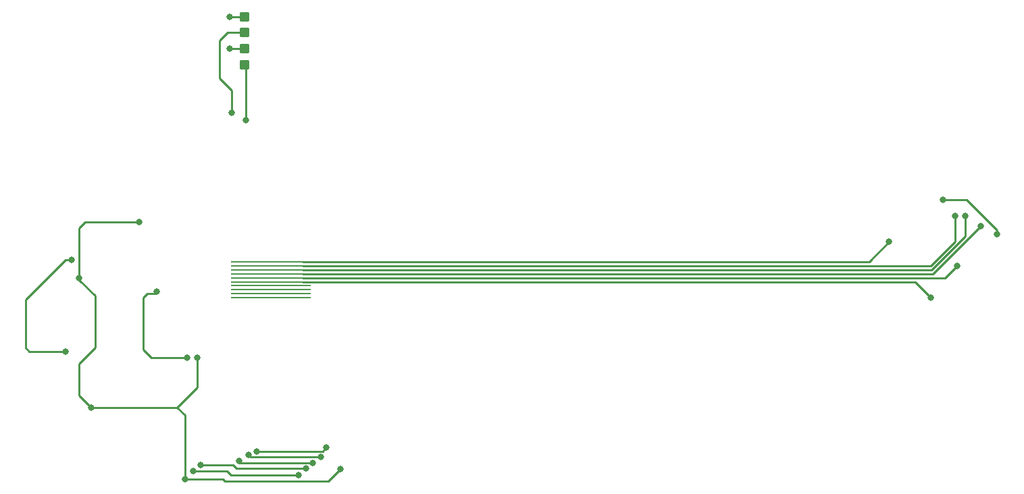
<source format=gbr>
%TF.GenerationSoftware,KiCad,Pcbnew,7.0.5*%
%TF.CreationDate,2023-09-23T20:40:57+01:00*%
%TF.ProjectId,buttonsSuper,62757474-6f6e-4735-9375-7065722e6b69,rev?*%
%TF.SameCoordinates,Original*%
%TF.FileFunction,Copper,L2,Bot*%
%TF.FilePolarity,Positive*%
%FSLAX46Y46*%
G04 Gerber Fmt 4.6, Leading zero omitted, Abs format (unit mm)*
G04 Created by KiCad (PCBNEW 7.0.5) date 2023-09-23 20:40:57*
%MOMM*%
%LPD*%
G01*
G04 APERTURE LIST*
G04 Aperture macros list*
%AMRoundRect*
0 Rectangle with rounded corners*
0 $1 Rounding radius*
0 $2 $3 $4 $5 $6 $7 $8 $9 X,Y pos of 4 corners*
0 Add a 4 corners polygon primitive as box body*
4,1,4,$2,$3,$4,$5,$6,$7,$8,$9,$2,$3,0*
0 Add four circle primitives for the rounded corners*
1,1,$1+$1,$2,$3*
1,1,$1+$1,$4,$5*
1,1,$1+$1,$6,$7*
1,1,$1+$1,$8,$9*
0 Add four rect primitives between the rounded corners*
20,1,$1+$1,$2,$3,$4,$5,0*
20,1,$1+$1,$4,$5,$6,$7,0*
20,1,$1+$1,$6,$7,$8,$9,0*
20,1,$1+$1,$8,$9,$2,$3,0*%
%AMFreePoly0*
4,1,5,0.125000,-9.000000,-0.125000,-9.000000,-0.125000,1.000000,0.125000,1.000000,0.125000,-9.000000,0.125000,-9.000000,$1*%
G04 Aperture macros list end*
%TA.AperFunction,SMDPad,CuDef*%
%ADD10RoundRect,0.312500X-0.312500X0.312500X-0.312500X-0.312500X0.312500X-0.312500X0.312500X0.312500X0*%
%TD*%
%TA.AperFunction,SMDPad,CuDef*%
%ADD11FreePoly0,270.000000*%
%TD*%
%TA.AperFunction,ViaPad*%
%ADD12C,0.800000*%
%TD*%
%TA.AperFunction,Conductor*%
%ADD13C,0.250000*%
%TD*%
G04 APERTURE END LIST*
D10*
%TO.P,C6,5,GND_[2]*%
%TO.N,GND*%
X65249253Y-72000507D03*
%TO.P,C6,6,X_[2]*%
%TO.N,/X_2*%
X65249253Y-74000507D03*
%TO.P,C6,7,+v_[2]*%
%TO.N,/+v*%
X65249253Y-76000507D03*
%TO.P,C6,8,Y_[2]*%
%TO.N,/Y_2*%
X65249253Y-78000507D03*
%TD*%
D11*
%TO.P,C5,1,1*%
%TO.N,/Square*%
X72500000Y-102750000D03*
%TO.P,C5,2,2*%
%TO.N,/R1*%
X72500000Y-103250000D03*
%TO.P,C5,3,3*%
%TO.N,/Triangle*%
X72500000Y-103750000D03*
%TO.P,C5,4,4*%
%TO.N,/Circle*%
X72500000Y-104250000D03*
%TO.P,C5,5,5*%
%TO.N,/cross*%
X72500000Y-104750000D03*
%TO.P,C5,6,6*%
%TO.N,/gnd*%
X72500000Y-105250000D03*
%TO.P,C5,7,7*%
%TO.N,unconnected-(C5-Pad7)*%
X72500000Y-105750000D03*
%TO.P,C5,8,8*%
%TO.N,unconnected-(C5-Pad8)*%
X72500000Y-106250000D03*
%TO.P,C5,9,9*%
%TO.N,unconnected-(C5-Pad9)*%
X72500000Y-106750000D03*
%TO.P,C5,10,10*%
%TO.N,unconnected-(C5-Pad10)*%
X72500000Y-107250000D03*
%TD*%
D12*
%TO.N,/l1*%
X54250000Y-106500000D03*
X75500000Y-126000000D03*
X58000000Y-114750000D03*
X66750000Y-126500000D03*
%TO.N,/right*%
X74750000Y-127224500D03*
X65750000Y-127000000D03*
%TO.N,/up*%
X73750000Y-127949011D03*
X64500000Y-127750000D03*
X42750000Y-114000000D03*
X43500000Y-102500000D03*
%TO.N,/left*%
X72892691Y-128673511D03*
X59750000Y-128250000D03*
%TO.N,/down*%
X58750000Y-129000000D03*
X72000000Y-129500000D03*
%TO.N,GND*%
X63374746Y-71999493D03*
X46000000Y-121000000D03*
X59250000Y-114750000D03*
X52000000Y-97750000D03*
X44500000Y-104750000D03*
X77250000Y-128750000D03*
X57750000Y-130000000D03*
%TO.N,/gnd*%
X152750000Y-95000000D03*
X159500000Y-99250000D03*
X151250000Y-107250000D03*
%TO.N,/cross*%
X154500000Y-103250000D03*
%TO.N,/Circle*%
X157500000Y-98250000D03*
%TO.N,/Triangle*%
X155550038Y-97000000D03*
%TO.N,/R1*%
X154250000Y-97000000D03*
%TO.N,/Square*%
X146000000Y-100250000D03*
%TO.N,/+v*%
X63375253Y-76000507D03*
%TO.N,/X_2*%
X63625253Y-83999493D03*
%TO.N,/Y_2*%
X65374746Y-85000507D03*
%TD*%
D13*
%TO.N,/l1*%
X66750000Y-126500000D02*
X75000000Y-126500000D01*
X52500000Y-108000000D02*
X52500000Y-107250000D01*
X54000000Y-106750000D02*
X54250000Y-106500000D01*
X53500000Y-106750000D02*
X54000000Y-106750000D01*
X52500000Y-107250000D02*
X53000000Y-106750000D01*
X53500000Y-114750000D02*
X52500000Y-113750000D01*
X52500000Y-113750000D02*
X52500000Y-108000000D01*
X58000000Y-114750000D02*
X53500000Y-114750000D01*
X75000000Y-126500000D02*
X75500000Y-126000000D01*
X53000000Y-106750000D02*
X53500000Y-106750000D01*
%TO.N,/right*%
X65974511Y-127224511D02*
X74749989Y-127224511D01*
X65750000Y-127000000D02*
X65974511Y-127224511D01*
X74749989Y-127224511D02*
X74750000Y-127224500D01*
%TO.N,/up*%
X37750000Y-113500000D02*
X37750000Y-107500000D01*
X37750000Y-107500000D02*
X42750000Y-102500000D01*
X64699011Y-127949011D02*
X64500000Y-127750000D01*
X73750000Y-127949011D02*
X64699011Y-127949011D01*
X38250000Y-114000000D02*
X37750000Y-113500000D01*
X42750000Y-114000000D02*
X38250000Y-114000000D01*
X42750000Y-102500000D02*
X43500000Y-102500000D01*
%TO.N,/left*%
X64173511Y-128673511D02*
X63750000Y-128250000D01*
X63750000Y-128250000D02*
X59750000Y-128250000D01*
X72892691Y-128673511D02*
X64173511Y-128673511D01*
%TO.N,/down*%
X63000000Y-129000000D02*
X63500000Y-129500000D01*
X58750000Y-129000000D02*
X63000000Y-129000000D01*
X63500000Y-129500000D02*
X72000000Y-129500000D01*
%TO.N,GND*%
X75750000Y-130250000D02*
X77250000Y-128750000D01*
X44500000Y-105000000D02*
X44500000Y-104750000D01*
X52000000Y-97750000D02*
X45250000Y-97750000D01*
X59250000Y-118500000D02*
X59250000Y-114750000D01*
X57750000Y-130000000D02*
X57750000Y-122000000D01*
X44500000Y-115500000D02*
X46500000Y-113500000D01*
X46000000Y-121000000D02*
X44500000Y-119500000D01*
X45250000Y-97750000D02*
X44500000Y-98500000D01*
X57750000Y-130000000D02*
X62500000Y-130000000D01*
X46500000Y-107000000D02*
X44500000Y-105000000D01*
X65249746Y-71999493D02*
X63374746Y-71999493D01*
X62750000Y-130250000D02*
X75750000Y-130250000D01*
X56750000Y-121000000D02*
X59250000Y-118500000D01*
X44500000Y-98500000D02*
X44500000Y-104750000D01*
X46500000Y-113500000D02*
X46500000Y-107000000D01*
X62500000Y-130000000D02*
X62750000Y-130250000D01*
X44500000Y-119500000D02*
X44500000Y-115500000D01*
X57750000Y-122000000D02*
X56750000Y-121000000D01*
X56750000Y-121000000D02*
X46000000Y-121000000D01*
%TO.N,/gnd*%
X159500000Y-98750000D02*
X159500000Y-99250000D01*
X152750000Y-95000000D02*
X155750000Y-95000000D01*
X155750000Y-95000000D02*
X159500000Y-98750000D01*
X151250000Y-107250000D02*
X149250000Y-105250000D01*
X149250000Y-105250000D02*
X72500000Y-105250000D01*
%TO.N,/cross*%
X153000000Y-104750000D02*
X154500000Y-103250000D01*
X72500000Y-104750000D02*
X153000000Y-104750000D01*
%TO.N,/Circle*%
X151500000Y-104250000D02*
X157500000Y-98250000D01*
X72500000Y-104250000D02*
X151500000Y-104250000D01*
%TO.N,/Triangle*%
X72500000Y-103750000D02*
X151363604Y-103750000D01*
X155500000Y-97050038D02*
X155550038Y-97000000D01*
X155550038Y-99563566D02*
X155550038Y-97000000D01*
X151363604Y-103750000D02*
X155550038Y-99563566D01*
%TO.N,/R1*%
X154250000Y-100227208D02*
X154250000Y-97000000D01*
X151227208Y-103250000D02*
X154250000Y-100227208D01*
X72500000Y-103250000D02*
X151227208Y-103250000D01*
%TO.N,/Square*%
X143500000Y-102750000D02*
X146000000Y-100250000D01*
X72500000Y-102750000D02*
X143500000Y-102750000D01*
%TO.N,/+v*%
X63375253Y-76000507D02*
X65249253Y-76000507D01*
%TO.N,/X_2*%
X63625253Y-83999493D02*
X63625253Y-81250507D01*
X63126267Y-73999493D02*
X65249746Y-73999493D01*
X62125253Y-75000507D02*
X63126267Y-73999493D01*
X62125253Y-79750507D02*
X62125253Y-75000507D01*
X63625253Y-81250507D02*
X62125253Y-79750507D01*
%TO.N,/Y_2*%
X65374746Y-78124493D02*
X65249746Y-77999493D01*
X65374746Y-85000507D02*
X65374746Y-78124493D01*
%TD*%
M02*

</source>
